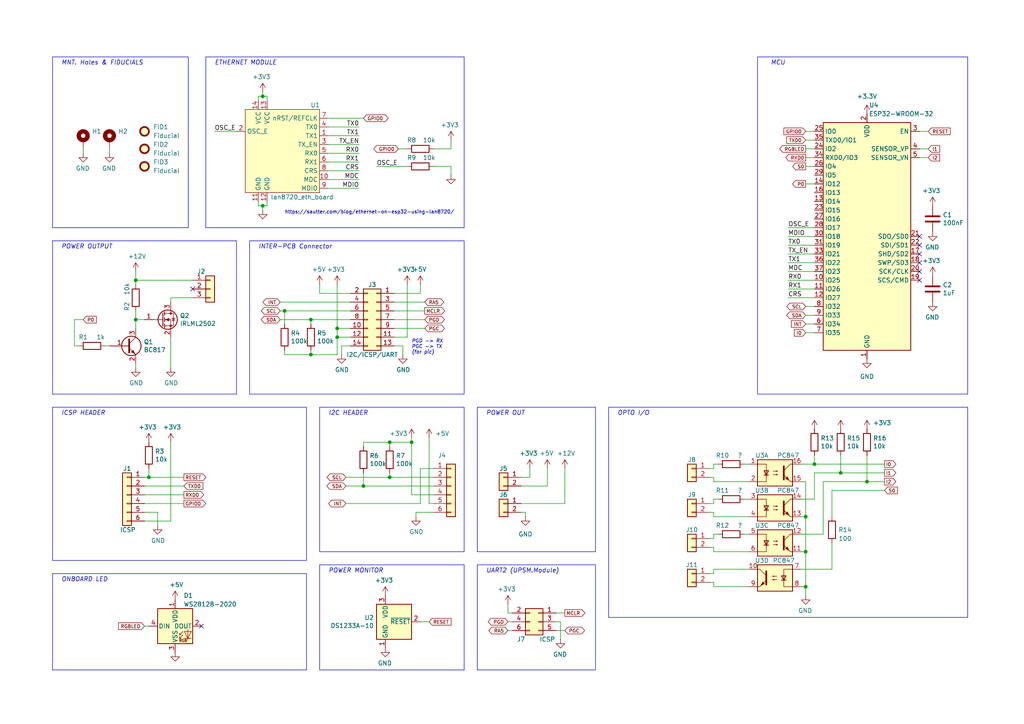
<source format=kicad_sch>
(kicad_sch (version 20230121) (generator eeschema)
  (paper "A4")
  (title_block (title "ESP-MAP ESP32 Control Module ETH/RS485") (date "2024-01-07") (rev "0.1") (comment 1 "https://github.com/enriquewph/esp-map/"))
  (junction (at 119.38 128.27))
  (junction (at 97.79 95.25))
  (junction (at 113.03 128.27))
  (junction (at 76.2 27.94))
  (junction (at 90.17 102.87))
  (junction (at 251.46 139.7))
  (junction (at 236.22 134.62))
  (junction (at 43.18 138.43))
  (junction (at 76.2 59.69))
  (junction (at 233.68 160.02))
  (junction (at 243.84 137.16))
  (junction (at 113.03 138.43))
  (junction (at 39.37 92.71))
  (junction (at 105.41 140.97))
  (junction (at 233.68 170.18))
  (junction (at 90.17 92.71))
  (junction (at 82.55 90.17))
  (junction (at 39.37 81.28))
  (junction (at 97.79 97.79))
  (junction (at 233.68 149.86))
  (no_connect (at 266.7 71.12))
  (no_connect (at 266.7 68.58))
  (no_connect (at 266.7 78.74))
  (no_connect (at 266.7 81.28))
  (no_connect (at 266.7 73.66))
  (no_connect (at 58.42 181.61))
  (no_connect (at 266.7 76.2))
  (no_connect (at 55.88 83.82))
  (wire (pts (xy 205.74 138.43) (xy 207.01 138.43)))
  (wire (pts (xy 130.81 40.64) (xy 130.81 43.18)))
  (polyline (pts (xy 68.58 69.85) (xy 15.24 69.85)))
  (wire (pts (xy 41.91 138.43) (xy 43.18 138.43)))
  (wire (pts (xy 53.34 138.43) (xy 43.18 138.43)))
  (wire (pts (xy 236.22 144.78) (xy 236.22 137.16)))
  (wire (pts (xy 207.01 134.62) (xy 208.28 134.62)))
  (wire (pts (xy 97.79 95.25) (xy 97.79 97.79)))
  (wire (pts (xy 163.83 135.89) (xy 163.83 146.05)))
  (wire (pts (xy 233.68 91.44) (xy 236.22 91.44)))
  (wire (pts (xy 241.3 149.86) (xy 241.3 142.24)))
  (wire (pts (xy 120.65 149.86) (xy 120.65 148.59)))
  (wire (pts (xy 82.55 101.6) (xy 82.55 102.87)))
  (wire (pts (xy 115.57 43.18) (xy 118.11 43.18)))
  (wire (pts (xy 76.2 59.69) (xy 74.93 59.69)))
  (wire (pts (xy 125.73 43.18) (xy 130.81 43.18)))
  (wire (pts (xy 207.01 158.75) (xy 207.01 160.02)))
  (wire (pts (xy 147.32 177.8) (xy 148.59 177.8)))
  (wire (pts (xy 207.01 154.94) (xy 208.28 154.94)))
  (wire (pts (xy 90.17 92.71) (xy 90.17 93.98)))
  (wire (pts (xy 118.11 82.55) (xy 118.11 97.79)))
  (wire (pts (xy 236.22 134.62) (xy 232.41 134.62)))
  (wire (pts (xy 238.76 139.7) (xy 251.46 139.7)))
  (wire (pts (xy 233.68 48.26) (xy 236.22 48.26)))
  (polyline (pts (xy 92.71 194.31) (xy 92.71 163.83)))
  (wire (pts (xy 241.3 165.1) (xy 232.41 165.1)))
  (wire (pts (xy 101.6 100.33) (xy 99.06 100.33)))
  (wire (pts (xy 233.68 40.64) (xy 236.22 40.64)))
  (wire (pts (xy 49.53 151.13) (xy 49.53 128.27)))
  (wire (pts (xy 39.37 82.55) (xy 39.37 81.28)))
  (wire (pts (xy 76.2 27.94) (xy 76.2 26.67)))
  (wire (pts (xy 97.79 95.25) (xy 101.6 95.25)))
  (wire (pts (xy 119.38 128.27) (xy 119.38 127)))
  (wire (pts (xy 119.38 143.51) (xy 125.73 143.51)))
  (wire (pts (xy 113.03 129.54) (xy 113.03 128.27)))
  (wire (pts (xy 151.13 140.97) (xy 158.75 140.97)))
  (wire (pts (xy 95.25 44.45) (xy 104.14 44.45)))
  (wire (pts (xy 233.68 160.02) (xy 233.68 149.86)))
  (wire (pts (xy 114.3 95.25) (xy 123.19 95.25)))
  (wire (pts (xy 95.25 39.37) (xy 104.14 39.37)))
  (wire (pts (xy 95.25 34.29) (xy 105.41 34.29)))
  (wire (pts (xy 45.72 148.59) (xy 45.72 152.4)))
  (wire (pts (xy 99.06 100.33) (xy 99.06 102.87)))
  (wire (pts (xy 236.22 132.08) (xy 236.22 134.62)))
  (wire (pts (xy 228.6 83.82) (xy 236.22 83.82)))
  (wire (pts (xy 153.67 135.89) (xy 153.67 138.43)))
  (wire (pts (xy 207.01 146.05) (xy 207.01 144.78)))
  (polyline (pts (xy 15.24 114.3) (xy 68.58 114.3)))
  (wire (pts (xy 100.33 138.43) (xy 113.03 138.43)))
  (wire (pts (xy 228.6 81.28) (xy 236.22 81.28)))
  (polyline (pts (xy 88.9 166.37) (xy 88.9 194.31)))
  (wire (pts (xy 228.6 73.66) (xy 236.22 73.66)))
  (wire (pts (xy 49.53 106.68) (xy 49.53 97.79)))
  (wire (pts (xy 49.53 86.36) (xy 55.88 86.36)))
  (wire (pts (xy 215.9 144.78) (xy 217.17 144.78)))
  (wire (pts (xy 236.22 134.62) (xy 256.54 134.62)))
  (wire (pts (xy 77.47 29.21) (xy 77.47 27.94)))
  (wire (pts (xy 147.32 182.88) (xy 148.59 182.88)))
  (wire (pts (xy 109.22 48.26) (xy 118.11 48.26)))
  (wire (pts (xy 76.2 59.69) (xy 77.47 59.69)))
  (wire (pts (xy 41.91 140.97) (xy 53.34 140.97)))
  (wire (pts (xy 205.74 156.21) (xy 207.01 156.21)))
  (wire (pts (xy 95.25 52.07) (xy 104.14 52.07)))
  (wire (pts (xy 21.59 100.33) (xy 22.86 100.33)))
  (wire (pts (xy 118.11 97.79) (xy 114.3 97.79)))
  (wire (pts (xy 233.68 149.86) (xy 233.68 139.7)))
  (wire (pts (xy 205.74 168.91) (xy 207.01 168.91)))
  (wire (pts (xy 90.17 101.6) (xy 90.17 102.87)))
  (wire (pts (xy 114.3 90.17) (xy 123.19 90.17)))
  (wire (pts (xy 163.83 177.8) (xy 161.29 177.8)))
  (wire (pts (xy 121.92 146.05) (xy 121.92 135.89)))
  (wire (pts (xy 233.68 96.52) (xy 236.22 96.52)))
  (wire (pts (xy 161.29 182.88) (xy 163.83 182.88)))
  (wire (pts (xy 266.7 45.72) (xy 269.24 45.72)))
  (wire (pts (xy 41.91 148.59) (xy 45.72 148.59)))
  (wire (pts (xy 243.84 137.16) (xy 256.54 137.16)))
  (wire (pts (xy 147.32 180.34) (xy 148.59 180.34)))
  (wire (pts (xy 120.65 148.59) (xy 125.73 148.59)))
  (wire (pts (xy 81.28 87.63) (xy 101.6 87.63)))
  (wire (pts (xy 124.46 127) (xy 124.46 146.05)))
  (wire (pts (xy 124.46 146.05) (xy 125.73 146.05)))
  (wire (pts (xy 97.79 97.79) (xy 101.6 97.79)))
  (wire (pts (xy 232.41 170.18) (xy 233.68 170.18)))
  (wire (pts (xy 90.17 92.71) (xy 101.6 92.71)))
  (wire (pts (xy 119.38 128.27) (xy 119.38 143.51)))
  (wire (pts (xy 233.68 38.1) (xy 236.22 38.1)))
  (wire (pts (xy 97.79 102.87) (xy 90.17 102.87)))
  (wire (pts (xy 228.6 68.58) (xy 236.22 68.58)))
  (wire (pts (xy 77.47 27.94) (xy 76.2 27.94)))
  (wire (pts (xy 90.17 102.87) (xy 82.55 102.87)))
  (wire (pts (xy 215.9 134.62) (xy 217.17 134.62)))
  (wire (pts (xy 152.4 149.86) (xy 152.4 148.59)))
  (wire (pts (xy 153.67 138.43) (xy 151.13 138.43)))
  (wire (pts (xy 205.74 166.37) (xy 207.01 166.37)))
  (wire (pts (xy 207.01 170.18) (xy 217.17 170.18)))
  (wire (pts (xy 105.41 128.27) (xy 113.03 128.27)))
  (wire (pts (xy 41.91 181.61) (xy 43.18 181.61)))
  (polyline (pts (xy 68.58 114.3) (xy 68.58 69.85)))
  (wire (pts (xy 241.3 157.48) (xy 241.3 165.1)))
  (wire (pts (xy 228.6 66.04) (xy 236.22 66.04)))
  (wire (pts (xy 95.25 54.61) (xy 104.14 54.61)))
  (wire (pts (xy 228.6 78.74) (xy 236.22 78.74)))
  (wire (pts (xy 31.75 43.18) (xy 31.75 44.45)))
  (wire (pts (xy 74.93 29.21) (xy 74.93 27.94)))
  (wire (pts (xy 238.76 154.94) (xy 238.76 139.7)))
  (wire (pts (xy 121.92 135.89) (xy 125.73 135.89)))
  (wire (pts (xy 39.37 95.25) (xy 39.37 92.71)))
  (wire (pts (xy 232.41 149.86) (xy 233.68 149.86)))
  (wire (pts (xy 82.55 90.17) (xy 101.6 90.17)))
  (wire (pts (xy 49.53 86.36) (xy 49.53 87.63)))
  (wire (pts (xy 21.59 92.71) (xy 21.59 100.33)))
  (wire (pts (xy 130.81 48.26) (xy 130.81 50.8)))
  (wire (pts (xy 228.6 71.12) (xy 236.22 71.12)))
  (wire (pts (xy 43.18 135.89) (xy 43.18 138.43)))
  (wire (pts (xy 152.4 148.59) (xy 151.13 148.59)))
  (wire (pts (xy 114.3 92.71) (xy 123.19 92.71)))
  (polyline (pts (xy 92.71 163.83) (xy 134.62 163.83)))
  (wire (pts (xy 124.46 180.34) (xy 121.92 180.34)))
  (wire (pts (xy 92.71 82.55) (xy 92.71 85.09)))
  (wire (pts (xy 121.92 82.55) (xy 121.92 85.09)))
  (wire (pts (xy 233.68 88.9) (xy 236.22 88.9)))
  (wire (pts (xy 207.01 165.1) (xy 217.17 165.1)))
  (wire (pts (xy 147.32 175.26) (xy 147.32 177.8)))
  (wire (pts (xy 105.41 140.97) (xy 125.73 140.97)))
  (wire (pts (xy 95.25 49.53) (xy 104.14 49.53)))
  (wire (pts (xy 116.84 102.87) (xy 116.84 100.33)))
  (wire (pts (xy 74.93 27.94) (xy 76.2 27.94)))
  (wire (pts (xy 76.2 60.96) (xy 76.2 59.69)))
  (wire (pts (xy 95.25 46.99) (xy 104.14 46.99)))
  (wire (pts (xy 105.41 129.54) (xy 105.41 128.27)))
  (wire (pts (xy 205.74 148.59) (xy 207.01 148.59)))
  (wire (pts (xy 241.3 142.24) (xy 256.54 142.24)))
  (wire (pts (xy 207.01 166.37) (xy 207.01 165.1)))
  (wire (pts (xy 243.84 137.16) (xy 243.84 132.08)))
  (wire (pts (xy 92.71 85.09) (xy 101.6 85.09)))
  (polyline (pts (xy 15.24 166.37) (xy 88.9 166.37)))
  (wire (pts (xy 113.03 128.27) (xy 119.38 128.27)))
  (wire (pts (xy 24.13 43.18) (xy 24.13 44.45)))
  (wire (pts (xy 207.01 144.78) (xy 208.28 144.78)))
  (wire (pts (xy 24.13 92.71) (xy 21.59 92.71)))
  (polyline (pts (xy 134.62 163.83) (xy 134.62 194.31)))
  (wire (pts (xy 251.46 139.7) (xy 251.46 132.08)))
  (wire (pts (xy 82.55 90.17) (xy 82.55 93.98)))
  (polyline (pts (xy 88.9 194.31) (xy 15.24 194.31)))
  (wire (pts (xy 215.9 154.94) (xy 217.17 154.94)))
  (wire (pts (xy 233.68 53.34) (xy 236.22 53.34)))
  (wire (pts (xy 39.37 78.74) (xy 39.37 81.28)))
  (wire (pts (xy 207.01 149.86) (xy 217.17 149.86)))
  (wire (pts (xy 233.68 139.7) (xy 232.41 139.7)))
  (wire (pts (xy 232.41 144.78) (xy 236.22 144.78)))
  (wire (pts (xy 95.25 41.91) (xy 104.14 41.91)))
  (polyline (pts (xy 92.71 194.31) (xy 134.62 194.31)))
  (wire (pts (xy 95.25 36.83) (xy 104.14 36.83)))
  (wire (pts (xy 100.33 146.05) (xy 121.92 146.05)))
  (polyline (pts (xy 15.24 194.31) (xy 15.24 166.37)))
  (wire (pts (xy 121.92 85.09) (xy 114.3 85.09)))
  (wire (pts (xy 205.74 135.89) (xy 207.01 135.89)))
  (wire (pts (xy 97.79 97.79) (xy 97.79 102.87)))
  (polyline (pts (xy 15.24 69.85) (xy 15.24 114.3)))
  (wire (pts (xy 97.79 82.55) (xy 97.79 95.25)))
  (wire (pts (xy 39.37 81.28) (xy 55.88 81.28)))
  (wire (pts (xy 232.41 160.02) (xy 233.68 160.02)))
  (wire (pts (xy 228.6 86.36) (xy 236.22 86.36)))
  (wire (pts (xy 266.7 43.18) (xy 269.24 43.18)))
  (wire (pts (xy 158.75 135.89) (xy 158.75 140.97)))
  (wire (pts (xy 41.91 146.05) (xy 53.34 146.05)))
  (wire (pts (xy 105.41 137.16) (xy 105.41 140.97)))
  (wire (pts (xy 114.3 87.63) (xy 123.19 87.63)))
  (wire (pts (xy 207.01 135.89) (xy 207.01 134.62)))
  (wire (pts (xy 125.73 48.26) (xy 130.81 48.26)))
  (wire (pts (xy 39.37 106.68) (xy 39.37 105.41)))
  (wire (pts (xy 207.01 139.7) (xy 217.17 139.7)))
  (wire (pts (xy 232.41 154.94) (xy 238.76 154.94)))
  (wire (pts (xy 62.23 38.1) (xy 68.58 38.1)))
  (wire (pts (xy 39.37 90.17) (xy 39.37 92.71)))
  (wire (pts (xy 233.68 43.18) (xy 236.22 43.18)))
  (wire (pts (xy 41.91 143.51) (xy 53.34 143.51)))
  (wire (pts (xy 233.68 170.18) (xy 233.68 160.02)))
  (wire (pts (xy 207.01 160.02) (xy 217.17 160.02)))
  (wire (pts (xy 207.01 156.21) (xy 207.01 154.94)))
  (wire (pts (xy 205.74 146.05) (xy 207.01 146.05)))
  (wire (pts (xy 251.46 139.7) (xy 256.54 139.7)))
  (wire (pts (xy 81.28 90.17) (xy 82.55 90.17)))
  (wire (pts (xy 41.91 151.13) (xy 49.53 151.13)))
  (wire (pts (xy 207.01 168.91) (xy 207.01 170.18)))
  (wire (pts (xy 266.7 38.1) (xy 269.24 38.1)))
  (wire (pts (xy 162.56 185.42) (xy 162.56 180.34)))
  (wire (pts (xy 233.68 45.72) (xy 236.22 45.72)))
  (wire (pts (xy 39.37 92.71) (xy 41.91 92.71)))
  (wire (pts (xy 81.28 92.71) (xy 90.17 92.71)))
  (wire (pts (xy 207.01 138.43) (xy 207.01 139.7)))
  (wire (pts (xy 74.93 58.42) (xy 74.93 59.69)))
  (wire (pts (xy 205.74 158.75) (xy 207.01 158.75)))
  (wire (pts (xy 161.29 180.34) (xy 162.56 180.34)))
  (wire (pts (xy 163.83 146.05) (xy 151.13 146.05)))
  (wire (pts (xy 233.68 93.98) (xy 236.22 93.98)))
  (wire (pts (xy 116.84 100.33) (xy 114.3 100.33)))
  (wire (pts (xy 233.68 172.72) (xy 233.68 170.18)))
  (wire (pts (xy 207.01 148.59) (xy 207.01 149.86)))
  (wire (pts (xy 113.03 137.16) (xy 113.03 138.43)))
  (wire (pts (xy 100.33 140.97) (xy 105.41 140.97)))
  (wire (pts (xy 77.47 58.42) (xy 77.47 59.69)))
  (wire (pts (xy 113.03 138.43) (xy 125.73 138.43)))
  (wire (pts (xy 31.75 100.33) (xy 30.48 100.33)))
  (wire (pts (xy 228.6 76.2) (xy 236.22 76.2)))
  (wire (pts (xy 236.22 137.16) (xy 243.84 137.16)))
  (rectangle (start 176.53 118.11) (end 280.67 179.07))
  (rectangle (start 138.43 118.11) (end 172.72 160.02))
  (rectangle (start 92.71 118.11) (end 134.62 160.02))
  (rectangle (start 59.69 16.51) (end 134.62 66.04))
  (rectangle (start 15.24 16.51) (end 54.61 66.04))
  (rectangle (start 72.39 69.85) (end 134.62 114.3))
  (rectangle (start 219.71 16.51) (end 280.67 114.3))
  (rectangle (start 15.24 118.11) (end 88.9 162.56))
  (rectangle (start 138.43 163.83) (end 172.72 194.31))
  (text "POWER OUT\n" (at 140.97 120.65 0) (effects (font (size 1.27 1.27) italic) (justify left bottom)))
  (text "ICSP HEADER" (at 17.78 120.65 0) (effects (font (size 1.27 1.27) italic) (justify left bottom)))
  (text "INTER-PCB Connector" (at 74.93 72.39 0) (effects (font (size 1.27 1.27) italic) (justify left bottom)))
  (text "OPTO I/O\n" (at 179.07 120.65 0) (effects (font (size 1.27 1.27) italic) (justify left bottom)))
  (text "MCU" (at 223.52 19.05 0) (effects (font (size 1.27 1.27) italic) (justify left bottom)))
  (text "https://sautter.com/blog/ethernet-on-esp32-using-lan8720/" (at 82.55 62.23 0) (effects (font (size 1 1)) (justify left bottom)))
  (text "POWER OUTPUT" (at 17.78 72.39 0) (effects (font (size 1.27 1.27) italic) (justify left bottom)))
  (text "MNT. Holes & FIDUCIALS" (at 17.78 19.05 0) (effects (font (size 1.27 1.27) italic) (justify left bottom)))
  (text "UART2 (UPSM.Module)" (at 140.97 166.37 0) (effects (font (size 1.27 1.27) italic) (justify left bottom)))
  (text "PGD -> RX\nPGC -> TX\n(for pic)" (at 119.38 102.87 0) (effects (font (size 1 1) italic) (justify left bottom)))
  (text "POWER MONITOR" (at 95.25 166.37 0) (effects (font (size 1.27 1.27) italic) (justify left bottom)))
  (text "I2C HEADER" (at 95.25 120.65 0) (effects (font (size 1.27 1.27) italic) (justify left bottom)))
  (text "ONBOARD LED" (at 17.78 168.91 0) (effects (font (size 1.27 1.27) italic) (justify left bottom)))
  (text "ETHERNET MODULE" (at 62.23 19.05 0) (effects (font (size 1.27 1.27) italic) (justify left bottom)))
  (label "MDC" (at 228.6 78.74 0))
  (label "RX1" (at 104.14 46.99 180))
  (label "TX1" (at 228.6 76.2 0))
  (label "TX1" (at 104.14 39.37 180))
  (label "OSC_E" (at 109.22 48.26 0))
  (label "TX_EN" (at 104.14 41.91 180))
  (label "RX1" (at 228.6 83.82 0))
  (label "OSC_E" (at 62.23 38.1 0))
  (label "TX0" (at 228.6 71.12 0))
  (label "MDIO" (at 104.14 54.61 180))
  (label "RX0" (at 104.14 44.45 180))
  (label "TX0" (at 104.14 36.83 180))
  (label "MDC" (at 104.14 52.07 180))
  (label "CRS" (at 104.14 49.53 180))
  (label "RX0" (at 228.6 81.28 0))
  (label "CRS" (at 228.6 86.36 0))
  (label "OSC_E" (at 228.6 66.04 0))
  (label "MDIO" (at 228.6 68.58 0))
  (label "TX_EN" (at 228.6 73.66 0))
  (global_label "TXD0" (shape input) (at 233.68 40.64 180) (effects (font (size 0.9906 0.9906))) (property "Intersheetrefs" "${INTERSHEET_REFS}" (effects hide)))
  (global_label "SCL" (shape bidirectional) (at 100.33 138.43 180) (effects (font (size 0.9906 0.9906))) (property "Intersheetrefs" "${INTERSHEET_REFS}" (effects hide)))
  (global_label "I2" (shape output) (at 256.54 139.7 0) (effects (font (size 0.9906 0.9906))) (property "Intersheetrefs" "${INTERSHEET_REFS}" (effects hide)))
  (global_label "SDA" (shape bidirectional) (at 81.28 92.71 180) (effects (font (size 0.9906 0.9906))) (property "Intersheetrefs" "${INTERSHEET_REFS}" (effects hide)))
  (global_label "I1" (shape output) (at 256.54 137.16 0) (effects (font (size 0.9906 0.9906))) (property "Intersheetrefs" "${INTERSHEET_REFS}" (effects hide)))
  (global_label "I0" (shape input) (at 233.68 96.52 180) (effects (font (size 0.9906 0.9906))) (property "Intersheetrefs" "${INTERSHEET_REFS}" (effects hide)))
  (global_label "S0" (shape input) (at 256.54 142.24 0) (effects (font (size 0.9906 0.9906))) (property "Intersheetrefs" "${INTERSHEET_REFS}" (effects hide)))
  (global_label "PGD" (shape bidirectional) (at 147.32 180.34 180) (effects (font (size 0.9906 0.9906))) (property "Intersheetrefs" "${INTERSHEET_REFS}" (effects hide)))
  (global_label "INT" (shape bidirectional) (at 100.33 146.05 180) (effects (font (size 0.9906 0.9906))) (property "Intersheetrefs" "${INTERSHEET_REFS}" (effects hide)))
  (global_label "TXD0" (shape input) (at 53.34 140.97 0) (effects (font (size 0.9906 0.9906))) (property "Intersheetrefs" "${INTERSHEET_REFS}" (effects hide)))
  (global_label "MCLR" (shape output) (at 163.83 177.8 0) (effects (font (size 0.9906 0.9906))) (property "Intersheetrefs" "${INTERSHEET_REFS}" (effects hide)))
  (global_label "INT" (shape bidirectional) (at 81.28 87.63 180) (effects (font (size 0.9906 0.9906))) (property "Intersheetrefs" "${INTERSHEET_REFS}" (effects hide)))
  (global_label "MCLR" (shape output) (at 123.19 90.17 0) (effects (font (size 0.9906 0.9906))) (property "Intersheetrefs" "${INTERSHEET_REFS}" (effects hide)))
  (global_label "INT" (shape input) (at 233.68 93.98 180) (effects (font (size 0.9906 0.9906))) (property "Intersheetrefs" "${INTERSHEET_REFS}" (effects hide)))
  (global_label "P0" (shape output) (at 233.68 53.34 180) (effects (font (size 0.9906 0.9906))) (property "Intersheetrefs" "${INTERSHEET_REFS}" (effects hide)))
  (global_label "RGBLED" (shape output) (at 233.68 43.18 180) (effects (font (size 0.9906 0.9906))) (property "Intersheetrefs" "${INTERSHEET_REFS}" (effects hide)))
  (global_label "S0" (shape output) (at 233.68 48.26 180) (effects (font (size 0.9906 0.9906))) (property "Intersheetrefs" "${INTERSHEET_REFS}" (effects hide)))
  (global_label "RXD0" (shape output) (at 53.34 143.51 0) (effects (font (size 0.9906 0.9906))) (property "Intersheetrefs" "${INTERSHEET_REFS}" (effects hide)))
  (global_label "I0" (shape output) (at 256.54 134.62 0) (effects (font (size 0.9906 0.9906))) (property "Intersheetrefs" "${INTERSHEET_REFS}" (effects hide)))
  (global_label "SDA" (shape bidirectional) (at 100.33 140.97 180) (effects (font (size 0.9906 0.9906))) (property "Intersheetrefs" "${INTERSHEET_REFS}" (effects hide)))
  (global_label "SCL" (shape bidirectional) (at 81.28 90.17 180) (effects (font (size 0.9906 0.9906))) (property "Intersheetrefs" "${INTERSHEET_REFS}" (effects hide)))
  (global_label "PGC" (shape bidirectional) (at 123.19 95.25 0) (effects (font (size 0.9906 0.9906))) (property "Intersheetrefs" "${INTERSHEET_REFS}" (effects hide)))
  (global_label "P0" (shape input) (at 24.13 92.71 0) (effects (font (size 0.9906 0.9906))) (property "Intersheetrefs" "${INTERSHEET_REFS}" (effects hide)))
  (global_label "RXD0" (shape output) (at 233.68 45.72 180) (effects (font (size 0.9906 0.9906))) (property "Intersheetrefs" "${INTERSHEET_REFS}" (effects hide)))
  (global_label "RGBLED" (shape input) (at 41.91 181.61 180) (effects (font (size 0.9906 0.9906))) (property "Intersheetrefs" "${INTERSHEET_REFS}" (effects hide)))
  (global_label "RESET" (shape input) (at 269.24 38.1 0) (effects (font (size 0.9906 0.9906))) (property "Intersheetrefs" "${INTERSHEET_REFS}" (effects hide)))
  (global_label "RA5" (shape bidirectional) (at 147.32 182.88 180) (effects (font (size 0.9906 0.9906))) (property "Intersheetrefs" "${INTERSHEET_REFS}" (effects hide)))
  (global_label "RESET" (shape output) (at 53.34 138.43 0) (effects (font (size 0.9906 0.9906))) (property "Intersheetrefs" "${INTERSHEET_REFS}" (effects hide)))
  (global_label "I2" (shape input) (at 269.24 45.72 0) (effects (font (size 0.9906 0.9906))) (property "Intersheetrefs" "${INTERSHEET_REFS}" (effects hide)))
  (global_label "PGC" (shape bidirectional) (at 163.83 182.88 0) (effects (font (size 0.9906 0.9906))) (property "Intersheetrefs" "${INTERSHEET_REFS}" (effects hide)))
  (global_label "I1" (shape input) (at 269.24 43.18 0) (effects (font (size 0.9906 0.9906))) (property "Intersheetrefs" "${INTERSHEET_REFS}" (effects hide)))
  (global_label "SDA" (shape bidirectional) (at 233.68 91.44 180) (effects (font (size 0.9906 0.9906))) (property "Intersheetrefs" "${INTERSHEET_REFS}" (effects hide)))
  (global_label "GPIO0" (shape bidirectional) (at 105.41 34.29 0) (effects (font (size 0.9906 0.9906))) (property "Intersheetrefs" "${INTERSHEET_REFS}" (effects hide)))
  (global_label "GPIO0" (shape output) (at 53.34 146.05 0) (effects (font (size 0.9906 0.9906))) (property "Intersheetrefs" "${INTERSHEET_REFS}" (effects hide)))
  (global_label "PGD" (shape bidirectional) (at 123.19 92.71 0) (effects (font (size 0.9906 0.9906))) (property "Intersheetrefs" "${INTERSHEET_REFS}" (effects hide)))
  (global_label "RA5" (shape bidirectional) (at 123.19 87.63 0) (effects (font (size 0.9906 0.9906))) (property "Intersheetrefs" "${INTERSHEET_REFS}" (effects hide)))
  (global_label "RESET" (shape input) (at 124.46 180.34 0) (effects (font (size 0.9906 0.9906))) (property "Intersheetrefs" "${INTERSHEET_REFS}" (effects hide)))
  (global_label "GPIO0" (shape input) (at 233.68 38.1 180) (effects (font (size 0.9906 0.9906))) (property "Intersheetrefs" "${INTERSHEET_REFS}" (effects hide)))
  (global_label "GPIO0" (shape bidirectional) (at 115.57 43.18 180) (effects (font (size 0.9906 0.9906))) (property "Intersheetrefs" "${INTERSHEET_REFS}" (effects hide)))
  (global_label "SCL" (shape bidirectional) (at 233.68 88.9 180) (effects (font (size 0.9906 0.9906))) (property "Intersheetrefs" "${INTERSHEET_REFS}" (effects hide)))
  (symbol (lib_id "power:GND") (at 49.53 106.68 0) (unit 1)
    (property "Reference" "#PWR07" (effects hide))
    (property "Value" "GND" (at 49.657 111.0742 0))
  )
  (symbol (lib_id "power:GND") (at 50.8 189.23 0) (unit 1)
    (property "Reference" "#PWR010" (effects hide))
    (property "Value" "GND" (effects hide))
  )
  (symbol (lib_id "Connector_Generic:Conn_01x02") (at 146.05 146.05 0) (mirror y) (unit 1)
    (property "Reference" "J6" (at 146.05 143.51 0))
    (property "Value" "Conn_01x02" (effects hide))
    (property "Footprint" "esp-map-footprints:TerminalBlock-Bornier-2_P5.08mm" (effects hide))
  )
  (symbol (lib_id "power:GND") (at 31.75 44.45 0) (mirror y) (unit 1)
    (property "Reference" "#PWR02" (effects hide))
    (property "Value" "GND" (at 31.623 48.8442 0))
  )
  (symbol (lib_id "power:GND") (at 233.68 172.72 0) (mirror y) (unit 1)
    (property "Reference" "#PWR032" (effects hide))
    (property "Value" "GND" (at 233.553 177.1142 0))
  )
  (symbol (lib_id "power:+3V3") (at 118.11 82.55 0) (mirror y) (unit 1)
    (property "Reference" "#PWR019" (effects hide))
    (property "Value" "+3V3" (at 117.729 78.1558 0))
  )
  (symbol (lib_id "power:GND") (at 130.81 50.8 0) (mirror y) (unit 1)
    (property "Reference" "#PWR025" (effects hide))
    (property "Value" "GND" (effects hide))
  )
  (symbol (lib_id "power:GND") (at 251.46 104.14 0) (unit 1)
    (property "Reference" "#PWR036" (effects hide))
    (property "Value" "GND" (at 251.46 109.22 0))
  )
  (symbol (lib_id "power:GND") (at 111.76 187.96 0) (mirror y) (unit 1)
    (property "Reference" "#PWR017" (effects hide))
    (property "Value" "GND" (at 111.633 192.3542 0))
  )
  (symbol (lib_id "power:GND") (at 116.84 102.87 0) (unit 1)
    (property "Reference" "#PWR018" (effects hide))
    (property "Value" "GND" (at 116.967 107.2642 0))
  )
  (symbol (lib_id "Isolator:PC847") (at 224.79 137.16 0) (unit 1)
    (property "Reference" "U3" (at 220.98 132.08 0))
    (property "Value" "PC847" (at 228.6 132.08 0))
    (property "Footprint" "Package_DIP:SMDIP-16_W9.53mm" (effects hide))
    (property "Datasheet" "https://www.farnell.com/datasheets/73758.pdf" (effects hide))
  )
  (symbol (lib_id "Transistor_BJT:BC817") (at 36.83 100.33 0) (unit 1)
    (property "Reference" "Q1" (at 41.6814 99.1616 0) (effects (justify left)))
    (property "Value" "BC817" (at 41.6814 101.473 0) (effects (justify left)))
    (property "Footprint" "Package_TO_SOT_SMD:SOT-23" (effects hide))
    (property "Datasheet" "https://www.onsemi.com/pub/Collateral/BC817-16LT1-D.PDF" (effects hide))
    (property "manf#" "SBC817-40LT1G" (effects hide))
  )
  (symbol (lib_id "Mechanical:MountingHole_Pad") (at 31.75 40.64 0) (unit 1)
    (property "Reference" "H2" (at 34.29 38.1 0) (effects (justify left)))
    (property "Value" "MountingHole_Pad" (effects hide))
    (property "Footprint" "MountingHole:MountingHole_3.5mm_Pad" (effects hide))
  )
  (symbol (lib_id "power:+3V3") (at 111.76 172.72 0) (mirror y) (unit 1)
    (property "Reference" "#PWR016" (effects hide))
    (property "Value" "+3V3" (at 111.379 168.3258 0))
  )
  (symbol (lib_id "Connector_Generic:Conn_01x02") (at 200.66 156.21 0) (mirror y) (unit 1)
    (property "Reference" "J10" (at 200.66 153.67 0))
    (property "Value" "Conn_01x02" (effects hide))
    (property "Footprint" "esp-map-footprints:TerminalBlock-Bornier-2_P5.08mm" (effects hide))
  )
  (symbol (lib_id "Transistor_FET:IRLML0030") (at 46.99 92.71 0) (unit 1)
    (property "Reference" "Q2" (at 52.1716 91.5416 0) (effects (justify left)))
    (property "Value" "IRLML2502" (at 52.1716 93.853 0) (effects (justify left)))
    (property "Footprint" "Package_TO_SOT_SMD:SOT-23" (effects hide))
    (property "Datasheet" "https://www.infineon.com/dgdl/irlml2502pbf.pdf?fileId=5546d462533600a401535668048e2606" (effects hide))
    (property "manf#" "IRLML2502TRPBF" (effects hide))
  )
  (symbol (lib_id "power:+12V") (at 163.83 135.89 0) (unit 1)
    (property "Reference" "#PWR031" (effects hide))
    (property "Value" "+12V" (at 164.211 131.4958 0))
  )
  (symbol (lib_id "power:GND") (at 120.65 149.86 0) (unit 1)
    (property "Reference" "#PWR021" (effects hide))
    (property "Value" "GND" (at 120.777 154.2542 0))
  )
  (symbol (lib_id "power:+3V3") (at 270.51 59.69 0) (mirror y) (unit 1)
    (property "Reference" "#PWR038" (effects hide))
    (property "Value" "+3V3" (at 270.129 55.2958 0))
  )
  (symbol (lib_id "power:+3V3") (at 251.46 124.46 0) (mirror y) (unit 1)
    (property "Reference" "#PWR037" (effects hide))
    (property "Value" "+3V3" (effects hide))
  )
  (symbol (lib_id "RF_Module:ESP32-WROOM-32") (at 251.46 68.58 0) (mirror y) (unit 1)
    (property "Reference" "U4" (at 252.0441 30.48 0) (effects (justify right)))
    (property "Value" "ESP32-WROOM-32" (at 252.0441 33.02 0) (effects (justify right)))
    (property "Footprint" "RF_Module:ESP32-WROOM-32" (effects hide))
    (property "Datasheet" "https://www.espressif.com/sites/default/files/documentation/esp32-wroom-32_datasheet_en.pdf" (effects hide))
  )
  (symbol (lib_id "power:+3V3") (at 119.38 127 0) (unit 1)
    (property "Reference" "#PWR020" (effects hide))
    (property "Value" "+3V3" (at 115.57 125.73 0))
  )
  (symbol (lib_id "power:+5V") (at 124.46 127 0) (unit 1)
    (property "Reference" "#PWR023" (effects hide))
    (property "Value" "+5V" (at 128.27 125.73 0))
  )
  (symbol (lib_id "power:+5V") (at 158.75 135.89 0) (unit 1)
    (property "Reference" "#PWR029" (effects hide))
    (property "Value" "+5V" (at 158.529 131.4651 0))
  )
  (symbol (lib_id "Connector_Generic:Conn_01x02") (at 200.66 135.89 0) (mirror y) (unit 1)
    (property "Reference" "J8" (at 200.66 133.35 0))
    (property "Value" "Conn_01x02" (effects hide))
    (property "Footprint" "esp-map-footprints:TerminalBlock-Bornier-2_P5.08mm" (effects hide))
  )
  (symbol (lib_id "power:GND") (at 76.2 60.96 0) (mirror y) (unit 1)
    (property "Reference" "#PWR012" (effects hide))
    (property "Value" "GND" (effects hide))
  )
  (symbol (lib_id "power:+3V3") (at 147.32 175.26 0) (mirror y) (unit 1)
    (property "Reference" "#PWR026" (effects hide))
    (property "Value" "+3V3" (at 146.939 170.8658 0))
  )
  (symbol (lib_id "power:+5V") (at 121.92 82.55 0) (unit 1)
    (property "Reference" "#PWR022" (effects hide))
    (property "Value" "+5V" (at 121.699 78.1251 0))
  )
  (symbol (lib_id "Device:R") (at 26.67 100.33 270) (unit 1)
    (property "Reference" "R1" (at 24.13 97.79 90))
    (property "Value" "1k" (at 29.21 97.79 90))
    (property "Footprint" "Resistor_SMD:R_1206_3216Metric" (effects hide))
    (property "Datasheet" "https://www.yageo.com/upload/media/product/productsearch/datasheet/rchip/PYu-RC_Group_51_RoHS_L_11.pdf" (effects hide))
    (property "manf#" "RC1206FR-071KL" (effects hide))
  )
  (symbol (lib_id "power:+5V") (at 92.71 82.55 0) (unit 1)
    (property "Reference" "#PWR013" (effects hide))
    (property "Value" "+5V" (at 92.489 78.1251 0))
  )
  (symbol (lib_id "Device:R") (at 241.3 153.67 0) (mirror y) (unit 1)
    (property "Reference" "R14" (at 245.11 153.67 0))
    (property "Value" "100" (at 245.11 156.21 0))
    (property "Footprint" "Resistor_SMD:R_1206_3216Metric" (effects hide))
    (property "Datasheet" "https://www.yageo.com/upload/media/product/productsearch/datasheet/rchip/PYu-RC_Group_51_RoHS_L_11.pdf" (effects hide))
    (property "manf#" "RC1206FR-07100RL" (effects hide))
  )
  (symbol (lib_id "power:GND") (at 39.37 106.68 0) (unit 1)
    (property "Reference" "#PWR04" (effects hide))
    (property "Value" "GND" (at 39.497 111.0742 0))
  )
  (symbol (lib_id "Device:R") (at 243.84 128.27 0) (unit 1)
    (property "Reference" "R15" (at 245.618 127.1016 0) (effects (justify left)))
    (property "Value" "10k" (at 245.618 129.413 0) (effects (justify left)))
    (property "Footprint" "Resistor_SMD:R_1206_3216Metric" (effects hide))
    (property "Datasheet" "https://www.yageo.com/upload/media/product/productsearch/datasheet/rchip/PYu-RC_Group_51_RoHS_L_11.pdf" (effects hide))
    (property "manf#" "RC1206FR-0710KL" (effects hide))
  )
  (symbol (lib_id "Connector_Generic:Conn_01x03") (at 60.96 83.82 0) (unit 1)
    (property "Reference" "J2" (at 57.15 78.74 0) (effects (justify left)))
    (property "Value" "Conn_01x03" (effects hide))
    (property "Footprint" "Connector_Molex:Molex_KK-254_AE-6410-03A_1x03_P2.54mm_Vertical" (effects hide))
    (property "Datasheet" "https://app.adam-tech.com/products/download/data_sheet/196588/lha-xx-ts-data-sheet.pdf" (effects hide))
    (property "manf#" "LHA-03-TS" (effects hide))
  )
  (symbol (lib_id "Isolator:PC847") (at 224.79 147.32 0) (unit 2)
    (property "Reference" "U3" (at 220.98 142.24 0))
    (property "Value" "PC847" (at 228.6 142.24 0))
    (property "Footprint" "Package_DIP:SMDIP-16_W9.53mm" (effects hide))
    (property "Datasheet" "https://www.farnell.com/datasheets/73758.pdf" (effects hide))
  )
  (symbol (lib_id "Mechanical:Fiducial") (at 41.91 43.18 0) (unit 1)
    (property "Reference" "FID2" (at 44.45 41.91 0) (effects (justify left)))
    (property "Value" "Fiducial" (at 44.45 44.45 0) (effects (justify left)))
    (property "Footprint" "Fiducial:Fiducial_0.5mm_Mask1mm" (effects hide))
  )
  (symbol (lib_id "power:+3V3") (at 153.67 135.89 0) (mirror y) (unit 1)
    (property "Reference" "#PWR028" (effects hide))
    (property "Value" "+3V3" (at 153.289 131.4958 0))
  )
  (symbol (lib_id "power:+3V3") (at 49.53 128.27 0) (unit 1)
    (property "Reference" "#PWR08" (effects hide))
    (property "Value" "+3V3" (at 49.911 123.8758 0))
  )
  (symbol (lib_id "LED:WS2812B") (at 50.8 181.61 0) (unit 1)
    (property "Reference" "D1" (at 54.61 172.72 0))
    (property "Value" "WS2812B-2020" (at 60.96 175.26 0))
    (property "Footprint" "esp-map-footprints:LED_WS2812-2020" (effects hide))
    (property "Datasheet" "https://cdn-shop.adafruit.com/datasheets/WS2812B.pdf" (effects hide))
  )
  (symbol (lib_id "Device:C") (at 270.51 63.5 0) (unit 1)
    (property "Reference" "C1" (at 273.431 62.3316 0) (effects (justify left)))
    (property "Value" "100nF" (at 273.431 64.643 0) (effects (justify left)))
    (property "Footprint" "Capacitor_SMD:C_1206_3216Metric_Pad1.33x1.80mm_HandSolder" (effects hide))
    (property "Datasheet" "https://www.yageo.com/upload/media/product/productsearch/datasheet/mlcc/UPY-GPHC_X7R_6.3V-to-50V_18.pdf" (effects hide))
    (property "Voltage" "50V" (effects hide))
    (property "manf#" "CC1206KRX7R9BB104" (effects hide))
  )
  (symbol (lib_id "power:+3V3") (at 243.84 124.46 0) (mirror y) (unit 1)
    (property "Reference" "#PWR034" (effects hide))
    (property "Value" "+3V3" (effects hide))
  )
  (symbol (lib_id "power:GND") (at 45.72 152.4 0) (unit 1)
    (property "Reference" "#PWR06" (effects hide))
    (property "Value" "GND" (at 45.847 156.7942 0))
  )
  (symbol (lib_id "power:GND") (at 152.4 149.86 0) (unit 1)
    (property "Reference" "#PWR027" (effects hide))
    (property "Value" "GND" (at 152.4 154.94 0))
  )
  (symbol (lib_id "power:+3V3") (at 130.81 40.64 0) (mirror y) (unit 1)
    (property "Reference" "#PWR024" (effects hide))
    (property "Value" "+3V3" (at 130.429 36.2458 0))
  )
  (symbol (lib_id "Device:R") (at 90.17 97.79 0) (unit 1)
    (property "Reference" "R5" (at 91.948 96.6216 0) (effects (justify left)))
    (property "Value" "100k" (at 91.948 98.933 0) (effects (justify left)))
    (property "Footprint" "Resistor_SMD:R_1206_3216Metric" (effects hide))
    (property "manf#" "RC1206FR-07100KL" (effects hide))
  )
  (symbol (lib_id "Connector_Generic:Conn_02x03_Odd_Even") (at 156.21 180.34 0) (mirror y) (unit 1)
    (property "Reference" "J7" (at 151.13 185.42 0))
    (property "Value" "ICSP" (at 158.75 185.42 0))
    (property "Footprint" "Connector_PinHeader_2.54mm:PinHeader_2x03_P2.54mm_Vertical" (effects hide))
  )
  (symbol (lib_id "power:+12V") (at 39.37 78.74 0) (unit 1)
    (property "Reference" "#PWR03" (effects hide))
    (property "Value" "+12V" (at 39.751 74.3458 0))
  )
  (symbol (lib_id "power:GND") (at 162.56 185.42 0) (mirror y) (unit 1)
    (property "Reference" "#PWR030" (effects hide))
    (property "Value" "GND" (at 162.433 189.8142 0))
  )
  (symbol (lib_id "Connector_Generic:Conn_02x07_Odd_Even") (at 109.22 92.71 0) (mirror y) (unit 1)
    (property "Reference" "J3" (at 107.95 82.55 0))
    (property "Value" "I2C/ICSP/UART" (at 107.95 102.87 0))
    (property "Footprint" "Connector_PinSocket_2.54mm:PinSocket_2x07_P2.54mm_Vertical" (effects hide))
  )
  (symbol (lib_id "power:GND") (at 24.13 44.45 0) (mirror y) (unit 1)
    (property "Reference" "#PWR01" (effects hide))
    (property "Value" "GND" (at 24.003 48.8442 0))
  )
  (symbol (lib_id "power:+3V3") (at 270.51 80.01 0) (mirror y) (unit 1)
    (property "Reference" "#PWR040" (effects hide))
    (property "Value" "+3V3" (at 270.129 75.6158 0))
  )
  (symbol (lib_id "Mechanical:Fiducial") (at 41.91 48.26 0) (unit 1)
    (property "Reference" "FID3" (at 44.45 46.99 0) (effects (justify left)))
    (property "Value" "Fiducial" (at 44.45 49.53 0) (effects (justify left)))
    (property "Footprint" "Fiducial:Fiducial_0.5mm_Mask1mm" (effects hide))
  )
  (symbol (lib_id "Connector_Generic:Conn_01x06") (at 130.81 140.97 0) (unit 1)
    (property "Reference" "J4" (at 127 132.08 0) (effects (justify left)))
    (property "Value" "Conn_01x06" (effects hide))
    (property "Footprint" "Connector_Molex:Molex_KK-254_AE-6410-06A_1x06_P2.54mm_Vertical" (effects hide))
  )
  (symbol (lib_id "Connector_Generic:Conn_01x02") (at 146.05 138.43 0) (mirror y) (unit 1)
    (property "Reference" "J5" (at 146.05 135.89 0))
    (property "Value" "Conn_01x02" (effects hide))
    (property "Footprint" "esp-map-footprints:TerminalBlock-Bornier-2_P5.08mm" (effects hide))
  )
  (symbol (lib_id "Device:R") (at 251.46 128.27 0) (unit 1)
    (property "Reference" "R16" (at 253.238 127.1016 0) (effects (justify left)))
    (property "Value" "10k" (at 253.238 129.413 0) (effects (justify left)))
    (property "Footprint" "Resistor_SMD:R_1206_3216Metric" (effects hide))
    (property "Datasheet" "https://www.yageo.com/upload/media/product/productsearch/datasheet/rchip/PYu-RC_Group_51_RoHS_L_11.pdf" (effects hide))
    (property "manf#" "RC1206FR-0710KL" (effects hide))
  )
  (symbol (lib_id "Device:R") (at 121.92 48.26 270) (unit 1)
    (property "Reference" "R9" (at 119.38 45.72 90))
    (property "Value" "10k" (at 124.46 45.72 90))
    (property "Footprint" "Resistor_SMD:R_1206_3216Metric" (effects hide))
  )
  (symbol (lib_id "Device:R") (at 39.37 86.36 0) (unit 1)
    (property "Reference" "R2" (at 36.83 88.9 90))
    (property "Value" "10k" (at 36.83 83.82 90))
    (property "Footprint" "Resistor_SMD:R_1206_3216Metric" (effects hide))
    (property "Datasheet" "https://www.yageo.com/upload/media/product/productsearch/datasheet/rchip/PYu-RC_Group_51_RoHS_L_11.pdf" (effects hide))
    (property "manf#" "RC1206FR-0710KL" (effects hide))
  )
  (symbol (lib_id "power:+3V3") (at 236.22 124.46 0) (mirror y) (unit 1)
    (property "Reference" "#PWR033" (effects hide))
    (property "Value" "+3V3" (at 255.8384 122.6518 0))
  )
  (symbol (lib_id "Device:R") (at 212.09 154.94 270) (unit 1)
    (property "Reference" "R12" (at 209.55 152.4 90))
    (property "Value" "?" (at 214.63 152.4 90))
    (property "Footprint" "Resistor_THT:R_Axial_DIN0207_L6.3mm_D2.5mm_P2.54mm_Vertical" (effects hide))
    (property "Fitted" "No" (effects hide))
  )
  (symbol (lib_id "power:GND") (at 270.51 87.63 0) (mirror y) (unit 1)
    (property "Reference" "#PWR041" (effects hide))
    (property "Value" "GND" (at 270.383 92.0242 0))
  )
  (symbol (lib_id "power:+3V3") (at 43.18 128.27 0) (mirror y) (unit 1)
    (property "Reference" "#PWR05" (effects hide))
    (property "Value" "+3V3" (at 42.799 123.8758 0))
  )
  (symbol (lib_id "Isolator:PC847") (at 224.79 167.64 0) (mirror y) (unit 4)
    (property "Reference" "U3" (at 220.98 162.56 0))
    (property "Value" "PC847" (at 227.33 162.56 0))
    (property "Footprint" "Package_DIP:SMDIP-16_W9.53mm" (effects hide))
    (property "Datasheet" "https://www.farnell.com/datasheets/73758.pdf" (effects hide))
  )
  (symbol (lib_id "Device:R") (at 105.41 133.35 0) (unit 1)
    (property "Reference" "R6" (at 107.188 132.1816 0) (effects (justify left)))
    (property "Value" "100k" (at 107.188 134.493 0) (effects (justify left)))
    (property "Footprint" "Resistor_SMD:R_1206_3216Metric" (effects hide))
    (property "manf#" "RC1206FR-07100KL" (effects hide))
  )
  (symbol (lib_id "power:GND") (at 99.06 102.87 0) (unit 1)
    (property "Reference" "#PWR015" (effects hide))
    (property "Value" "GND" (at 99.187 107.2642 0))
  )
  (symbol (lib_id "power:+3V3") (at 76.2 26.67 0) (mirror y) (unit 1)
    (property "Reference" "#PWR011" (effects hide))
    (property "Value" "+3V3" (at 75.819 22.2758 0))
  )
  (symbol (lib_id "power:+3.3V") (at 251.46 33.02 0) (unit 1)
    (property "Reference" "#PWR035" (effects hide))
    (property "Value" "+3.3V" (at 251.46 27.94 0))
  )
  (symbol (lib_id "Device:R") (at 113.03 133.35 0) (unit 1)
    (property "Reference" "R7" (at 114.808 132.1816 0) (effects (justify left)))
    (property "Value" "100k" (at 114.808 134.493 0) (effects (justify left)))
    (property "Footprint" "Resistor_SMD:R_1206_3216Metric" (effects hide))
    (property "manf#" "RC1206FR-07100KL" (effects hide))
  )
  (symbol (lib_id "Isolator:PC847") (at 224.79 157.48 0) (unit 3)
    (property "Reference" "U3" (at 220.98 152.4 0))
    (property "Value" "PC847" (at 228.6 152.4 0))
    (property "Footprint" "Package_DIP:SMDIP-16_W9.53mm" (effects hide))
    (property "Datasheet" "https://www.farnell.com/datasheets/73758.pdf" (effects hide))
  )
  (symbol (lib_id "Device:C") (at 270.51 83.82 0) (unit 1)
    (property "Reference" "C2" (at 273.431 82.6516 0) (effects (justify left)))
    (property "Value" "1uF" (at 273.431 84.963 0) (effects (justify left)))
    (property "Footprint" "Capacitor_SMD:C_1206_3216Metric_Pad1.33x1.80mm_HandSolder" (effects hide))
    (property "Datasheet" "https://www.samsungsem.com/resources/file/global/support/product_catalog/MLCC.pdf" (effects hide))
    (property "Voltage" "50V" (effects hide))
    (property "manf#" "CL31F105ZBFNNNE" (effects hide))
  )
  (symbol (lib_id "Device:R") (at 236.22 128.27 0) (unit 1)
    (property "Reference" "R13" (at 237.998 127.1016 0) (effects (justify left)))
    (property "Value" "10k" (at 237.998 129.413 0) (effects (justify left)))
    (property "Footprint" "Resistor_SMD:R_1206_3216Metric" (effects hide))
    (property "Datasheet" "https://www.yageo.com/upload/media/product/productsearch/datasheet/rchip/PYu-RC_Group_51_RoHS_L_11.pdf" (effects hide))
    (property "manf#" "RC1206FR-0710KL" (effects hide))
  )
  (symbol (lib_id "Mechanical:MountingHole_Pad") (at 24.13 40.64 0) (unit 1)
    (property "Reference" "H1" (at 26.67 38.1 0) (effects (justify left)))
    (property "Value" "MountingHole_Pad" (effects hide))
    (property "Footprint" "MountingHole:MountingHole_3.5mm_Pad" (effects hide))
  )
  (symbol (lib_id "Mechanical:Fiducial") (at 41.91 38.1 0) (unit 1)
    (property "Reference" "FID1" (at 44.45 36.83 0) (effects (justify left)))
    (property "Value" "Fiducial" (at 44.45 39.37 0) (effects (justify left)))
    (property "Footprint" "Fiducial:Fiducial_0.5mm_Mask1mm" (effects hide))
  )
  (symbol (lib_id "power:GND") (at 270.51 67.31 0) (mirror y) (unit 1)
    (property "Reference" "#PWR039" (effects hide))
    (property "Value" "GND" (at 270.383 71.7042 0))
  )
  (symbol (lib_id "Connector_Generic:Conn_01x02") (at 200.66 146.05 0) (mirror y) (unit 1)
    (property "Reference" "J9" (at 200.66 143.51 0))
    (property "Value" "Conn_01x02" (effects hide))
    (property "Footprint" "esp-map-footprints:TerminalBlock-Bornier-2_P5.08mm" (effects hide))
  )
  (symbol (lib_id "esp-map-devices:LAN8720_Eth_Board") (at 83.82 44.45 0) (unit 1)
    (property "Reference" "U1" (at 91.44 30.48 0))
    (property "Value" "lan8720_eth_board" (at 87.63 57.15 0))
    (property "Footprint" "esp-map-footprints:LAN8720-ETH-BOARD-90deg-CON-BOT" (effects hide))
    (property "Datasheet" "https://www.waveshare.com/wiki/LAN8720_ETH_Board" (effects hide))
    (property "Sim.Enable" "0" (effects hide))
  )
  (symbol (lib_id "Device:R") (at 212.09 134.62 270) (unit 1)
    (property "Reference" "R10" (at 209.55 132.08 90))
    (property "Value" "?" (at 214.63 132.08 90))
    (property "Footprint" "Resistor_THT:R_Axial_DIN0207_L6.3mm_D2.5mm_P2.54mm_Vertical" (effects hide))
    (property "Fitted" "No" (effects hide))
  )
  (symbol (lib_id "power:+5V") (at 50.8 173.99 0) (unit 1)
    (property "Reference" "#PWR09" (effects hide))
    (property "Value" "+5V" (at 51.181 169.5958 0))
  )
  (symbol (lib_id "power:+3V3") (at 97.79 82.55 0) (mirror y) (unit 1)
    (property "Reference" "#PWR014" (effects hide))
    (property "Value" "+3V3" (at 97.409 78.1558 0))
  )
  (symbol (lib_id "Device:R") (at 82.55 97.79 0) (unit 1)
    (property "Reference" "R4" (at 84.328 96.6216 0) (effects (justify left)))
    (property "Value" "100k" (at 84.328 98.933 0) (effects (justify left)))
    (property "Footprint" "Resistor_SMD:R_1206_3216Metric" (effects hide))
    (property "manf#" "RC1206FR-07100KL" (effects hide))
  )
  (symbol (lib_id "Device:R") (at 121.92 43.18 270) (unit 1)
    (property "Reference" "R8" (at 119.38 40.64 90))
    (property "Value" "10k" (at 124.46 40.64 90))
    (property "Footprint" "Resistor_SMD:R_1206_3216Metric" (effects hide))
  )
  (symbol (lib_id "Device:R") (at 212.09 144.78 270) (unit 1)
    (property "Reference" "R11" (at 209.55 142.24 90))
    (property "Value" "?" (at 214.63 142.24 90))
    (property "Footprint" "Resistor_THT:R_Axial_DIN0207_L6.3mm_D2.5mm_P2.54mm_Vertical" (effects hide))
    (property "Fitted" "No" (effects hide))
  )
  (symbol (lib_id "Connector_Generic:Conn_01x06") (at 36.83 143.51 0) (mirror y) (unit 1)
    (property "Reference" "J1" (at 38.1 135.89 0) (effects (justify left)))
    (property "Value" "ICSP" (at 39.37 153.67 0) (effects (justify left)))
    (property "Footprint" "Connector_PinSocket_2.54mm:PinSocket_1x06_P2.54mm_Vertical" (effects hide))
  )
  (symbol (lib_id "Connector_Generic:Conn_01x02") (at 200.66 166.37 0) (mirror y) (unit 1)
    (property "Reference" "J11" (at 200.66 163.83 0))
    (property "Value" "Conn_01x02" (effects hide))
    (property "Footprint" "esp-map-footprints:TerminalBlock-Bornier-2_P5.08mm" (effects hide))
  )
  (symbol (lib_id "esp-map-devices:DS1233") (at 111.76 180.34 0) (unit 1)
    (property "Reference" "U2" (at 108.458 179.1716 0) (effects (justify right)))
    (property "Value" "DS1233A-10" (at 108.458 181.483 0) (effects (justify right)))
    (property "Footprint" "Package_TO_SOT_THT:TO-92" (effects hide))
    (property "Datasheet" "https://datasheets.maximintegrated.com/en/ds/DS1233A.pdf" (effects hide))
    (property "manf#" "DS1233A-10" (effects hide))
  )
  (symbol (lib_id "Device:R") (at 43.18 132.08 0) (unit 1)
    (property "Reference" "R3" (at 44.958 130.9116 0) (effects (justify left)))
    (property "Value" "10k" (at 44.958 133.223 0) (effects (justify left)))
    (property "Footprint" "Resistor_SMD:R_1206_3216Metric" (effects hide))
    (property "Datasheet" "https://www.yageo.com/upload/media/product/productsearch/datasheet/rchip/PYu-RC_Group_51_RoHS_L_11.pdf" (effects hide))
    (property "manf#" "RC1206FR-0710KL" (effects hide))
  )
)
</source>
